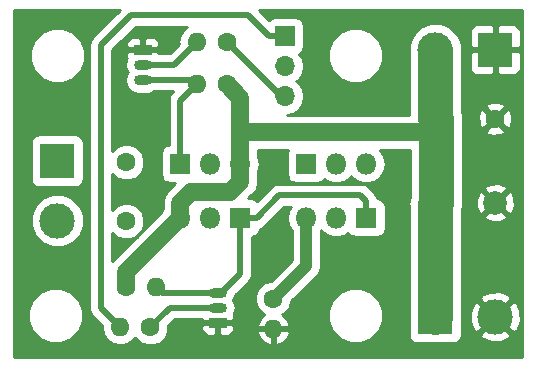
<source format=gbr>
G04 #@! TF.GenerationSoftware,KiCad,Pcbnew,(5.0.0-rc2-63-gd4393b281)*
G04 #@! TF.CreationDate,2018-06-11T18:19:14-07:00*
G04 #@! TF.ProjectId,H-THING,482D5448494E472E6B696361645F7063,rev?*
G04 #@! TF.SameCoordinates,Original*
G04 #@! TF.FileFunction,Copper,L1,Top,Signal*
G04 #@! TF.FilePolarity,Positive*
%FSLAX46Y46*%
G04 Gerber Fmt 4.6, Leading zero omitted, Abs format (unit mm)*
G04 Created by KiCad (PCBNEW (5.0.0-rc2-63-gd4393b281)) date 06/11/18 18:19:14*
%MOMM*%
%LPD*%
G01*
G04 APERTURE LIST*
G04 #@! TA.AperFunction,ComponentPad*
%ADD10C,1.600000*%
G04 #@! TD*
G04 #@! TA.AperFunction,ComponentPad*
%ADD11R,2.000000X2.000000*%
G04 #@! TD*
G04 #@! TA.AperFunction,ComponentPad*
%ADD12C,2.000000*%
G04 #@! TD*
G04 #@! TA.AperFunction,ComponentPad*
%ADD13R,3.000000X3.000000*%
G04 #@! TD*
G04 #@! TA.AperFunction,ComponentPad*
%ADD14C,3.000000*%
G04 #@! TD*
G04 #@! TA.AperFunction,ComponentPad*
%ADD15O,1.500000X0.900000*%
G04 #@! TD*
G04 #@! TA.AperFunction,ComponentPad*
%ADD16R,1.500000X0.900000*%
G04 #@! TD*
G04 #@! TA.AperFunction,ComponentPad*
%ADD17O,1.600000X1.600000*%
G04 #@! TD*
G04 #@! TA.AperFunction,ComponentPad*
%ADD18R,1.700000X1.700000*%
G04 #@! TD*
G04 #@! TA.AperFunction,ComponentPad*
%ADD19O,1.700000X1.700000*%
G04 #@! TD*
G04 #@! TA.AperFunction,ComponentPad*
%ADD20R,1.800000X1.800000*%
G04 #@! TD*
G04 #@! TA.AperFunction,ComponentPad*
%ADD21O,1.800000X1.800000*%
G04 #@! TD*
G04 #@! TA.AperFunction,Conductor*
%ADD22C,3.000000*%
G04 #@! TD*
G04 #@! TA.AperFunction,Conductor*
%ADD23C,1.500000*%
G04 #@! TD*
G04 #@! TA.AperFunction,Conductor*
%ADD24C,0.500000*%
G04 #@! TD*
G04 #@! TA.AperFunction,Conductor*
%ADD25C,1.000000*%
G04 #@! TD*
G04 #@! TA.AperFunction,Conductor*
%ADD26C,0.254000*%
G04 #@! TD*
G04 APERTURE END LIST*
D10*
G04 #@! TO.P,C1,1*
G04 #@! TO.N,Net-(C1-Pad1)*
X149352000Y-100457000D03*
G04 #@! TO.P,C1,2*
G04 #@! TO.N,Net-(C1-Pad2)*
X149352000Y-105457000D03*
G04 #@! TD*
D11*
G04 #@! TO.P,C2,1*
G04 #@! TO.N,VCC*
X175594000Y-103886000D03*
D12*
G04 #@! TO.P,C2,2*
G04 #@! TO.N,GND*
X180594000Y-103886000D03*
G04 #@! TD*
D10*
G04 #@! TO.P,C3,1*
G04 #@! TO.N,VCC*
X175594000Y-96774000D03*
G04 #@! TO.P,C3,2*
G04 #@! TO.N,GND*
X180594000Y-96774000D03*
G04 #@! TD*
D13*
G04 #@! TO.P,J1,1*
G04 #@! TO.N,Net-(C1-Pad1)*
X143510000Y-100330000D03*
D14*
G04 #@! TO.P,J1,2*
G04 #@! TO.N,Net-(C1-Pad2)*
X143510000Y-105410000D03*
G04 #@! TD*
D13*
G04 #@! TO.P,J2,1*
G04 #@! TO.N,GND*
X180594000Y-90932000D03*
D14*
G04 #@! TO.P,J2,2*
G04 #@! TO.N,VCC*
X175514000Y-90932000D03*
G04 #@! TD*
D13*
G04 #@! TO.P,J3,1*
G04 #@! TO.N,VCC*
X175514000Y-113538000D03*
D14*
G04 #@! TO.P,J3,2*
G04 #@! TO.N,GND*
X180594000Y-113538000D03*
G04 #@! TD*
D15*
G04 #@! TO.P,Q1,2*
G04 #@! TO.N,Net-(Q1-Pad2)*
X157099000Y-112776000D03*
G04 #@! TO.P,Q1,3*
G04 #@! TO.N,Net-(Q1-Pad3)*
X157099000Y-111506000D03*
D16*
G04 #@! TO.P,Q1,1*
G04 #@! TO.N,GND*
X157099000Y-114046000D03*
G04 #@! TD*
D15*
G04 #@! TO.P,Q6,2*
G04 #@! TO.N,Net-(Q6-Pad2)*
X150749000Y-92202000D03*
G04 #@! TO.P,Q6,3*
G04 #@! TO.N,Net-(Q4-Pad1)*
X150749000Y-93472000D03*
D16*
G04 #@! TO.P,Q6,1*
G04 #@! TO.N,GND*
X150749000Y-90932000D03*
G04 #@! TD*
D10*
G04 #@! TO.P,R1,1*
G04 #@! TO.N,Net-(Q1-Pad2)*
X151384000Y-114427000D03*
D17*
G04 #@! TO.P,R1,2*
G04 #@! TO.N,/HB1*
X148844000Y-114427000D03*
G04 #@! TD*
D10*
G04 #@! TO.P,R2,1*
G04 #@! TO.N,VCC*
X149352000Y-110998000D03*
D17*
G04 #@! TO.P,R2,2*
G04 #@! TO.N,Net-(Q1-Pad3)*
X151892000Y-110998000D03*
G04 #@! TD*
D10*
G04 #@! TO.P,R4,1*
G04 #@! TO.N,VCC*
X157861000Y-93853000D03*
D17*
G04 #@! TO.P,R4,2*
G04 #@! TO.N,Net-(Q4-Pad1)*
X155321000Y-93853000D03*
G04 #@! TD*
D10*
G04 #@! TO.P,R5,1*
G04 #@! TO.N,/HB2*
X157861000Y-90297000D03*
D17*
G04 #@! TO.P,R5,2*
G04 #@! TO.N,Net-(Q6-Pad2)*
X155321000Y-90297000D03*
G04 #@! TD*
D18*
G04 #@! TO.P,J4,1*
G04 #@! TO.N,/HB1*
X162814000Y-89789000D03*
D19*
G04 #@! TO.P,J4,2*
G04 #@! TO.N,/I_SENSE*
X162814000Y-92329000D03*
G04 #@! TO.P,J4,3*
G04 #@! TO.N,/HB2*
X162814000Y-94869000D03*
G04 #@! TD*
D20*
G04 #@! TO.P,Q2,1*
G04 #@! TO.N,Net-(Q1-Pad3)*
X159004000Y-105156000D03*
D21*
G04 #@! TO.P,Q2,2*
G04 #@! TO.N,Net-(C1-Pad2)*
X156464000Y-105156000D03*
G04 #@! TO.P,Q2,3*
G04 #@! TO.N,VCC*
X153924000Y-105156000D03*
G04 #@! TD*
D20*
G04 #@! TO.P,Q3,1*
G04 #@! TO.N,Net-(Q1-Pad3)*
X169672000Y-105156000D03*
D21*
G04 #@! TO.P,Q3,2*
G04 #@! TO.N,Net-(C1-Pad2)*
X167132000Y-105156000D03*
G04 #@! TO.P,Q3,3*
G04 #@! TO.N,/I_SENSE*
X164592000Y-105156000D03*
G04 #@! TD*
D20*
G04 #@! TO.P,Q4,1*
G04 #@! TO.N,Net-(Q4-Pad1)*
X153924000Y-100584000D03*
D21*
G04 #@! TO.P,Q4,2*
G04 #@! TO.N,Net-(C1-Pad1)*
X156464000Y-100584000D03*
G04 #@! TO.P,Q4,3*
G04 #@! TO.N,VCC*
X159004000Y-100584000D03*
G04 #@! TD*
D20*
G04 #@! TO.P,Q5,1*
G04 #@! TO.N,Net-(Q4-Pad1)*
X164592000Y-100584000D03*
D21*
G04 #@! TO.P,Q5,2*
G04 #@! TO.N,Net-(C1-Pad1)*
X167132000Y-100584000D03*
G04 #@! TO.P,Q5,3*
G04 #@! TO.N,/I_SENSE*
X169672000Y-100584000D03*
G04 #@! TD*
D10*
G04 #@! TO.P,R6,1*
G04 #@! TO.N,/I_SENSE*
X161798000Y-112014000D03*
D17*
G04 #@! TO.P,R6,2*
G04 #@! TO.N,GND*
X161798000Y-114554000D03*
G04 #@! TD*
D22*
G04 #@! TO.N,VCC*
X175514000Y-90932000D02*
X175514000Y-96694000D01*
X175514000Y-96694000D02*
X175594000Y-96774000D01*
X175594000Y-103886000D02*
X175594000Y-96774000D01*
X175514000Y-113538000D02*
X175514000Y-103966000D01*
X175514000Y-103966000D02*
X175594000Y-103886000D01*
D23*
X159004000Y-97917000D02*
X159004000Y-100584000D01*
X159004000Y-94996000D02*
X159004000Y-97917000D01*
X159004000Y-97917000D02*
X174451000Y-97917000D01*
X174451000Y-97917000D02*
X175594000Y-96774000D01*
X149352000Y-110998000D02*
X149352000Y-109728000D01*
X149352000Y-109728000D02*
X153924000Y-105156000D01*
X158115000Y-102997000D02*
X159004000Y-102108000D01*
X159004000Y-102108000D02*
X159004000Y-100584000D01*
X154810208Y-102997000D02*
X158115000Y-102997000D01*
X153924000Y-105156000D02*
X153924000Y-103883208D01*
X153924000Y-103883208D02*
X154810208Y-102997000D01*
X157861000Y-93853000D02*
X159004000Y-94996000D01*
D24*
G04 #@! TO.N,/HB1*
X149733000Y-88011000D02*
X159686000Y-88011000D01*
X159686000Y-88011000D02*
X161464000Y-89789000D01*
X161464000Y-89789000D02*
X162814000Y-89789000D01*
X147193000Y-90551000D02*
X149733000Y-88011000D01*
X147193000Y-112776000D02*
X147193000Y-90551000D01*
X148844000Y-114427000D02*
X147193000Y-112776000D01*
G04 #@! TO.N,/HB2*
X157861000Y-90297000D02*
X162433000Y-94869000D01*
X162433000Y-94869000D02*
X162814000Y-94869000D01*
G04 #@! TO.N,Net-(Q1-Pad2)*
X157099000Y-112776000D02*
X153035000Y-112776000D01*
X153035000Y-112776000D02*
X151384000Y-114427000D01*
G04 #@! TO.N,Net-(Q1-Pad3)*
X162309000Y-103251000D02*
X169167000Y-103251000D01*
X169167000Y-103251000D02*
X169672000Y-103756000D01*
X169672000Y-103756000D02*
X169672000Y-105156000D01*
X159004000Y-105156000D02*
X160404000Y-105156000D01*
X160404000Y-105156000D02*
X162309000Y-103251000D01*
X159004000Y-105156000D02*
X159004000Y-109901000D01*
X159004000Y-109901000D02*
X157399000Y-111506000D01*
X157399000Y-111506000D02*
X157099000Y-111506000D01*
X157099000Y-111506000D02*
X152400000Y-111506000D01*
X152400000Y-111506000D02*
X151892000Y-110998000D01*
G04 #@! TO.N,Net-(Q4-Pad1)*
X150749000Y-93472000D02*
X154940000Y-93472000D01*
X154940000Y-93472000D02*
X155321000Y-93853000D01*
X153924000Y-100584000D02*
X153924000Y-95250000D01*
X153924000Y-95250000D02*
X155321000Y-93853000D01*
G04 #@! TO.N,Net-(Q6-Pad2)*
X150749000Y-92202000D02*
X153416000Y-92202000D01*
X153416000Y-92202000D02*
X155321000Y-90297000D01*
D25*
G04 #@! TO.N,/I_SENSE*
X164592000Y-105156000D02*
X164592000Y-109220000D01*
X164592000Y-109220000D02*
X161798000Y-112014000D01*
G04 #@! TD*
D26*
G04 #@! TO.N,GND*
G36*
X146570195Y-89792119D02*
X146488624Y-89846623D01*
X146434120Y-89928194D01*
X146434117Y-89928197D01*
X146272688Y-90169794D01*
X146196861Y-90551000D01*
X146216001Y-90647223D01*
X146216000Y-112679782D01*
X146196861Y-112776000D01*
X146216000Y-112872218D01*
X146216000Y-112872222D01*
X146272687Y-113157205D01*
X146488623Y-113480377D01*
X146570197Y-113534883D01*
X147316157Y-114280844D01*
X147287085Y-114427000D01*
X147405598Y-115022806D01*
X147743095Y-115527905D01*
X148248194Y-115865402D01*
X148693607Y-115954000D01*
X148994393Y-115954000D01*
X149439806Y-115865402D01*
X149944905Y-115527905D01*
X150097310Y-115299814D01*
X150519024Y-115721528D01*
X151080261Y-115954000D01*
X151687739Y-115954000D01*
X152248976Y-115721528D01*
X152678528Y-115291976D01*
X152911000Y-114730739D01*
X152911000Y-114331750D01*
X155714000Y-114331750D01*
X155714000Y-114622309D01*
X155810673Y-114855698D01*
X155989301Y-115034327D01*
X156222690Y-115131000D01*
X156813250Y-115131000D01*
X156972000Y-114972250D01*
X156972000Y-114173000D01*
X157226000Y-114173000D01*
X157226000Y-114972250D01*
X157384750Y-115131000D01*
X157975310Y-115131000D01*
X158208699Y-115034327D01*
X158339984Y-114903041D01*
X160406086Y-114903041D01*
X160645611Y-115409134D01*
X161060577Y-115785041D01*
X161448961Y-115945904D01*
X161671000Y-115823915D01*
X161671000Y-114681000D01*
X161925000Y-114681000D01*
X161925000Y-115823915D01*
X162147039Y-115945904D01*
X162535423Y-115785041D01*
X162950389Y-115409134D01*
X163189914Y-114903041D01*
X163068629Y-114681000D01*
X161925000Y-114681000D01*
X161671000Y-114681000D01*
X160527371Y-114681000D01*
X160406086Y-114903041D01*
X158339984Y-114903041D01*
X158387327Y-114855698D01*
X158484000Y-114622309D01*
X158484000Y-114331750D01*
X158325250Y-114173000D01*
X157226000Y-114173000D01*
X156972000Y-114173000D01*
X155872750Y-114173000D01*
X155714000Y-114331750D01*
X152911000Y-114331750D01*
X152911000Y-114281687D01*
X153439687Y-113753000D01*
X155714000Y-113753000D01*
X155714000Y-113760250D01*
X155872750Y-113919000D01*
X156512150Y-113919000D01*
X156683080Y-113953000D01*
X157514920Y-113953000D01*
X157685850Y-113919000D01*
X158325250Y-113919000D01*
X158484000Y-113760250D01*
X158484000Y-113469691D01*
X158433124Y-113346866D01*
X158507709Y-113235242D01*
X158599058Y-112776000D01*
X158507709Y-112316758D01*
X158390271Y-112141000D01*
X158507709Y-111965242D01*
X158553959Y-111732727D01*
X159626806Y-110659881D01*
X159708377Y-110605377D01*
X159762881Y-110523806D01*
X159762883Y-110523804D01*
X159924313Y-110282207D01*
X159953987Y-110133024D01*
X159981000Y-109997223D01*
X159981000Y-109997219D01*
X160000139Y-109901000D01*
X159981000Y-109804781D01*
X159981000Y-106781926D01*
X160187661Y-106740818D01*
X160428137Y-106580137D01*
X160588818Y-106339661D01*
X160635269Y-106106138D01*
X160785206Y-106076313D01*
X161108377Y-105860377D01*
X161162883Y-105778803D01*
X162713687Y-104228000D01*
X163255294Y-104228000D01*
X163059400Y-104521176D01*
X162933126Y-105156000D01*
X163059400Y-105790824D01*
X163365000Y-106248186D01*
X163365001Y-108711759D01*
X161589761Y-110487000D01*
X161494261Y-110487000D01*
X160933024Y-110719472D01*
X160503472Y-111149024D01*
X160271000Y-111710261D01*
X160271000Y-112317739D01*
X160503472Y-112878976D01*
X160933024Y-113308528D01*
X161031486Y-113349312D01*
X160645611Y-113698866D01*
X160406086Y-114204959D01*
X160527371Y-114427000D01*
X161671000Y-114427000D01*
X161671000Y-114407000D01*
X161925000Y-114407000D01*
X161925000Y-114427000D01*
X163068629Y-114427000D01*
X163189914Y-114204959D01*
X162950389Y-113698866D01*
X162564514Y-113349312D01*
X162662976Y-113308528D01*
X163023373Y-112948131D01*
X166456000Y-112948131D01*
X166456000Y-113873869D01*
X166810264Y-114729140D01*
X167464860Y-115383736D01*
X168320131Y-115738000D01*
X169245869Y-115738000D01*
X170101140Y-115383736D01*
X170755736Y-114729140D01*
X171110000Y-113873869D01*
X171110000Y-112948131D01*
X170755736Y-112092860D01*
X170101140Y-111438264D01*
X169245869Y-111084000D01*
X168320131Y-111084000D01*
X167464860Y-111438264D01*
X166810264Y-112092860D01*
X166456000Y-112948131D01*
X163023373Y-112948131D01*
X163092528Y-112878976D01*
X163325000Y-112317739D01*
X163325000Y-112222239D01*
X165374170Y-110173070D01*
X165476617Y-110104617D01*
X165747808Y-109698752D01*
X165819000Y-109340847D01*
X165819000Y-109340843D01*
X165843037Y-109220000D01*
X165819000Y-109099157D01*
X165819000Y-106248186D01*
X165862000Y-106183832D01*
X165958999Y-106329001D01*
X166497176Y-106688600D01*
X166971758Y-106783000D01*
X167292242Y-106783000D01*
X167766824Y-106688600D01*
X168149489Y-106432911D01*
X168247863Y-106580137D01*
X168488339Y-106740818D01*
X168772000Y-106797242D01*
X170572000Y-106797242D01*
X170855661Y-106740818D01*
X171096137Y-106580137D01*
X171256818Y-106339661D01*
X171313242Y-106056000D01*
X171313242Y-104256000D01*
X171256818Y-103972339D01*
X171096137Y-103731863D01*
X170855661Y-103571182D01*
X170622138Y-103524731D01*
X170592313Y-103374794D01*
X170592313Y-103374793D01*
X170430883Y-103133197D01*
X170376377Y-103051623D01*
X170294803Y-102997117D01*
X169925883Y-102628197D01*
X169871377Y-102546623D01*
X169548206Y-102330687D01*
X169263223Y-102274000D01*
X169263218Y-102274000D01*
X169167000Y-102254861D01*
X169070782Y-102274000D01*
X162405219Y-102274000D01*
X162309000Y-102254861D01*
X162212781Y-102274000D01*
X162212777Y-102274000D01*
X161987778Y-102318755D01*
X161927793Y-102330687D01*
X161686196Y-102492117D01*
X161686194Y-102492119D01*
X161604623Y-102546623D01*
X161550119Y-102628194D01*
X160435472Y-103742841D01*
X160428137Y-103731863D01*
X160187661Y-103571182D01*
X159904000Y-103514758D01*
X159686035Y-103514758D01*
X159945531Y-103255262D01*
X160068858Y-103172858D01*
X160395303Y-102684297D01*
X160481000Y-102253471D01*
X160481000Y-102253470D01*
X160509936Y-102108000D01*
X160481000Y-101962530D01*
X160481000Y-101302035D01*
X160536600Y-101218824D01*
X160662874Y-100584000D01*
X160536600Y-99949176D01*
X160481000Y-99865965D01*
X160481000Y-99394000D01*
X163011418Y-99394000D01*
X163007182Y-99400339D01*
X162950758Y-99684000D01*
X162950758Y-101484000D01*
X163007182Y-101767661D01*
X163167863Y-102008137D01*
X163408339Y-102168818D01*
X163692000Y-102225242D01*
X165492000Y-102225242D01*
X165775661Y-102168818D01*
X166016137Y-102008137D01*
X166114511Y-101860911D01*
X166497176Y-102116600D01*
X166971758Y-102211000D01*
X167292242Y-102211000D01*
X167766824Y-102116600D01*
X168305001Y-101757001D01*
X168402000Y-101611832D01*
X168498999Y-101757001D01*
X169037176Y-102116600D01*
X169511758Y-102211000D01*
X169832242Y-102211000D01*
X170306824Y-102116600D01*
X170845001Y-101757001D01*
X171204600Y-101218824D01*
X171330874Y-100584000D01*
X171204600Y-99949176D01*
X170845001Y-99410999D01*
X170819560Y-99394000D01*
X173367001Y-99394000D01*
X173367000Y-103344478D01*
X173243372Y-103966000D01*
X173287001Y-104185338D01*
X173287000Y-111966400D01*
X173272758Y-112038000D01*
X173272758Y-115038000D01*
X173329182Y-115321661D01*
X173489863Y-115562137D01*
X173730339Y-115722818D01*
X174014000Y-115779242D01*
X175366261Y-115779242D01*
X175514000Y-115808629D01*
X175661739Y-115779242D01*
X177014000Y-115779242D01*
X177297661Y-115722818D01*
X177538137Y-115562137D01*
X177698818Y-115321661D01*
X177752463Y-115051970D01*
X179259635Y-115051970D01*
X179419418Y-115370739D01*
X180210187Y-115680723D01*
X181059387Y-115664497D01*
X181768582Y-115370739D01*
X181928365Y-115051970D01*
X180594000Y-113717605D01*
X179259635Y-115051970D01*
X177752463Y-115051970D01*
X177755242Y-115038000D01*
X177755242Y-113154187D01*
X178451277Y-113154187D01*
X178467503Y-114003387D01*
X178761261Y-114712582D01*
X179080030Y-114872365D01*
X180414395Y-113538000D01*
X180773605Y-113538000D01*
X182107970Y-114872365D01*
X182426739Y-114712582D01*
X182736723Y-113921813D01*
X182720497Y-113072613D01*
X182426739Y-112363418D01*
X182107970Y-112203635D01*
X180773605Y-113538000D01*
X180414395Y-113538000D01*
X179080030Y-112203635D01*
X178761261Y-112363418D01*
X178451277Y-113154187D01*
X177755242Y-113154187D01*
X177755242Y-112038000D01*
X177752464Y-112024030D01*
X179259635Y-112024030D01*
X180594000Y-113358395D01*
X181928365Y-112024030D01*
X181768582Y-111705261D01*
X180977813Y-111395277D01*
X180128613Y-111411503D01*
X179419418Y-111705261D01*
X179259635Y-112024030D01*
X177752464Y-112024030D01*
X177741000Y-111966401D01*
X177741000Y-105038532D01*
X179621073Y-105038532D01*
X179719736Y-105305387D01*
X180329461Y-105531908D01*
X180979460Y-105507856D01*
X181468264Y-105305387D01*
X181566927Y-105038532D01*
X180594000Y-104065605D01*
X179621073Y-105038532D01*
X177741000Y-105038532D01*
X177741000Y-104507526D01*
X177821000Y-104105338D01*
X177821000Y-104105334D01*
X177864628Y-103886001D01*
X177821000Y-103666668D01*
X177821000Y-103621461D01*
X178948092Y-103621461D01*
X178972144Y-104271460D01*
X179174613Y-104760264D01*
X179441468Y-104858927D01*
X180414395Y-103886000D01*
X180773605Y-103886000D01*
X181746532Y-104858927D01*
X182013387Y-104760264D01*
X182239908Y-104150539D01*
X182215856Y-103500540D01*
X182013387Y-103011736D01*
X181746532Y-102913073D01*
X180773605Y-103886000D01*
X180414395Y-103886000D01*
X179441468Y-102913073D01*
X179174613Y-103011736D01*
X178948092Y-103621461D01*
X177821000Y-103621461D01*
X177821000Y-102733468D01*
X179621073Y-102733468D01*
X180594000Y-103706395D01*
X181566927Y-102733468D01*
X181468264Y-102466613D01*
X180858539Y-102240092D01*
X180208540Y-102264144D01*
X179719736Y-102466613D01*
X179621073Y-102733468D01*
X177821000Y-102733468D01*
X177821000Y-97781745D01*
X179765861Y-97781745D01*
X179839995Y-98027864D01*
X180377223Y-98220965D01*
X180947454Y-98193778D01*
X181348005Y-98027864D01*
X181422139Y-97781745D01*
X180594000Y-96953605D01*
X179765861Y-97781745D01*
X177821000Y-97781745D01*
X177821000Y-96993332D01*
X177864628Y-96773999D01*
X177821509Y-96557223D01*
X179147035Y-96557223D01*
X179174222Y-97127454D01*
X179340136Y-97528005D01*
X179586255Y-97602139D01*
X180414395Y-96774000D01*
X180773605Y-96774000D01*
X181601745Y-97602139D01*
X181847864Y-97528005D01*
X182040965Y-96990777D01*
X182013778Y-96420546D01*
X181847864Y-96019995D01*
X181601745Y-95945861D01*
X180773605Y-96774000D01*
X180414395Y-96774000D01*
X179586255Y-95945861D01*
X179340136Y-96019995D01*
X179147035Y-96557223D01*
X177821509Y-96557223D01*
X177821000Y-96554666D01*
X177821000Y-96554662D01*
X177741000Y-96152474D01*
X177741000Y-95766255D01*
X179765861Y-95766255D01*
X180594000Y-96594395D01*
X181422139Y-95766255D01*
X181348005Y-95520136D01*
X180810777Y-95327035D01*
X180240546Y-95354222D01*
X179839995Y-95520136D01*
X179765861Y-95766255D01*
X177741000Y-95766255D01*
X177741000Y-91217750D01*
X178459000Y-91217750D01*
X178459000Y-92558310D01*
X178555673Y-92791699D01*
X178734302Y-92970327D01*
X178967691Y-93067000D01*
X180308250Y-93067000D01*
X180467000Y-92908250D01*
X180467000Y-91059000D01*
X180721000Y-91059000D01*
X180721000Y-92908250D01*
X180879750Y-93067000D01*
X182220309Y-93067000D01*
X182453698Y-92970327D01*
X182632327Y-92791699D01*
X182729000Y-92558310D01*
X182729000Y-91217750D01*
X182570250Y-91059000D01*
X180721000Y-91059000D01*
X180467000Y-91059000D01*
X178617750Y-91059000D01*
X178459000Y-91217750D01*
X177741000Y-91217750D01*
X177741000Y-90489022D01*
X177655417Y-90282406D01*
X177611788Y-90063068D01*
X177487544Y-89877123D01*
X177401960Y-89670506D01*
X177243821Y-89512367D01*
X177119577Y-89326423D01*
X177088548Y-89305690D01*
X178459000Y-89305690D01*
X178459000Y-90646250D01*
X178617750Y-90805000D01*
X180467000Y-90805000D01*
X180467000Y-88955750D01*
X180721000Y-88955750D01*
X180721000Y-90805000D01*
X182570250Y-90805000D01*
X182729000Y-90646250D01*
X182729000Y-89305690D01*
X182632327Y-89072301D01*
X182453698Y-88893673D01*
X182220309Y-88797000D01*
X180879750Y-88797000D01*
X180721000Y-88955750D01*
X180467000Y-88955750D01*
X180308250Y-88797000D01*
X178967691Y-88797000D01*
X178734302Y-88893673D01*
X178555673Y-89072301D01*
X178459000Y-89305690D01*
X177088548Y-89305690D01*
X176933634Y-89202180D01*
X176775494Y-89044040D01*
X176568875Y-88958456D01*
X176382931Y-88834212D01*
X176163595Y-88790583D01*
X175956978Y-88705000D01*
X175733338Y-88705000D01*
X175514000Y-88661371D01*
X175294662Y-88705000D01*
X175071022Y-88705000D01*
X174864406Y-88790583D01*
X174645068Y-88834212D01*
X174459123Y-88958456D01*
X174252506Y-89044040D01*
X174094367Y-89202179D01*
X173908423Y-89326423D01*
X173784180Y-89512366D01*
X173626040Y-89670506D01*
X173540456Y-89877125D01*
X173416212Y-90063069D01*
X173372583Y-90282405D01*
X173287000Y-90489022D01*
X173287000Y-90712663D01*
X173287001Y-96440000D01*
X162999483Y-96440000D01*
X163429315Y-96354501D01*
X163950953Y-96005953D01*
X164299501Y-95484315D01*
X164421895Y-94869000D01*
X164299501Y-94253685D01*
X163950953Y-93732047D01*
X163751834Y-93599000D01*
X163950953Y-93465953D01*
X164299501Y-92944315D01*
X164421895Y-92329000D01*
X164299501Y-91713685D01*
X164010807Y-91281625D01*
X164188137Y-91163137D01*
X164312422Y-90977131D01*
X166456000Y-90977131D01*
X166456000Y-91902869D01*
X166810264Y-92758140D01*
X167464860Y-93412736D01*
X168320131Y-93767000D01*
X169245869Y-93767000D01*
X170101140Y-93412736D01*
X170755736Y-92758140D01*
X171110000Y-91902869D01*
X171110000Y-90977131D01*
X170755736Y-90121860D01*
X170101140Y-89467264D01*
X169245869Y-89113000D01*
X168320131Y-89113000D01*
X167464860Y-89467264D01*
X166810264Y-90121860D01*
X166456000Y-90977131D01*
X164312422Y-90977131D01*
X164348818Y-90922661D01*
X164405242Y-90639000D01*
X164405242Y-88939000D01*
X164348818Y-88655339D01*
X164188137Y-88414863D01*
X163947661Y-88254182D01*
X163664000Y-88197758D01*
X161964000Y-88197758D01*
X161680339Y-88254182D01*
X161458858Y-88402171D01*
X160599686Y-87543000D01*
X182840001Y-87543000D01*
X182840000Y-116927000D01*
X139867000Y-116927000D01*
X139867000Y-112948131D01*
X141056000Y-112948131D01*
X141056000Y-113873869D01*
X141410264Y-114729140D01*
X142064860Y-115383736D01*
X142920131Y-115738000D01*
X143845869Y-115738000D01*
X144701140Y-115383736D01*
X145355736Y-114729140D01*
X145710000Y-113873869D01*
X145710000Y-112948131D01*
X145355736Y-112092860D01*
X144701140Y-111438264D01*
X143845869Y-111084000D01*
X142920131Y-111084000D01*
X142064860Y-111438264D01*
X141410264Y-112092860D01*
X141056000Y-112948131D01*
X139867000Y-112948131D01*
X139867000Y-104967022D01*
X141283000Y-104967022D01*
X141283000Y-105852978D01*
X141622040Y-106671494D01*
X142248506Y-107297960D01*
X143067022Y-107637000D01*
X143952978Y-107637000D01*
X144771494Y-107297960D01*
X145397960Y-106671494D01*
X145737000Y-105852978D01*
X145737000Y-104967022D01*
X145397960Y-104148506D01*
X144771494Y-103522040D01*
X143952978Y-103183000D01*
X143067022Y-103183000D01*
X142248506Y-103522040D01*
X141622040Y-104148506D01*
X141283000Y-104967022D01*
X139867000Y-104967022D01*
X139867000Y-98830000D01*
X141268758Y-98830000D01*
X141268758Y-101830000D01*
X141325182Y-102113661D01*
X141485863Y-102354137D01*
X141726339Y-102514818D01*
X142010000Y-102571242D01*
X145010000Y-102571242D01*
X145293661Y-102514818D01*
X145534137Y-102354137D01*
X145694818Y-102113661D01*
X145751242Y-101830000D01*
X145751242Y-98830000D01*
X145694818Y-98546339D01*
X145534137Y-98305863D01*
X145293661Y-98145182D01*
X145010000Y-98088758D01*
X142010000Y-98088758D01*
X141726339Y-98145182D01*
X141485863Y-98305863D01*
X141325182Y-98546339D01*
X141268758Y-98830000D01*
X139867000Y-98830000D01*
X139867000Y-90977131D01*
X141183000Y-90977131D01*
X141183000Y-91902869D01*
X141537264Y-92758140D01*
X142191860Y-93412736D01*
X143047131Y-93767000D01*
X143972869Y-93767000D01*
X144828140Y-93412736D01*
X145482736Y-92758140D01*
X145837000Y-91902869D01*
X145837000Y-90977131D01*
X145482736Y-90121860D01*
X144828140Y-89467264D01*
X143972869Y-89113000D01*
X143047131Y-89113000D01*
X142191860Y-89467264D01*
X141537264Y-90121860D01*
X141183000Y-90977131D01*
X139867000Y-90977131D01*
X139867000Y-87543000D01*
X148819314Y-87543000D01*
X146570195Y-89792119D01*
X146570195Y-89792119D01*
G37*
X146570195Y-89792119D02*
X146488624Y-89846623D01*
X146434120Y-89928194D01*
X146434117Y-89928197D01*
X146272688Y-90169794D01*
X146196861Y-90551000D01*
X146216001Y-90647223D01*
X146216000Y-112679782D01*
X146196861Y-112776000D01*
X146216000Y-112872218D01*
X146216000Y-112872222D01*
X146272687Y-113157205D01*
X146488623Y-113480377D01*
X146570197Y-113534883D01*
X147316157Y-114280844D01*
X147287085Y-114427000D01*
X147405598Y-115022806D01*
X147743095Y-115527905D01*
X148248194Y-115865402D01*
X148693607Y-115954000D01*
X148994393Y-115954000D01*
X149439806Y-115865402D01*
X149944905Y-115527905D01*
X150097310Y-115299814D01*
X150519024Y-115721528D01*
X151080261Y-115954000D01*
X151687739Y-115954000D01*
X152248976Y-115721528D01*
X152678528Y-115291976D01*
X152911000Y-114730739D01*
X152911000Y-114331750D01*
X155714000Y-114331750D01*
X155714000Y-114622309D01*
X155810673Y-114855698D01*
X155989301Y-115034327D01*
X156222690Y-115131000D01*
X156813250Y-115131000D01*
X156972000Y-114972250D01*
X156972000Y-114173000D01*
X157226000Y-114173000D01*
X157226000Y-114972250D01*
X157384750Y-115131000D01*
X157975310Y-115131000D01*
X158208699Y-115034327D01*
X158339984Y-114903041D01*
X160406086Y-114903041D01*
X160645611Y-115409134D01*
X161060577Y-115785041D01*
X161448961Y-115945904D01*
X161671000Y-115823915D01*
X161671000Y-114681000D01*
X161925000Y-114681000D01*
X161925000Y-115823915D01*
X162147039Y-115945904D01*
X162535423Y-115785041D01*
X162950389Y-115409134D01*
X163189914Y-114903041D01*
X163068629Y-114681000D01*
X161925000Y-114681000D01*
X161671000Y-114681000D01*
X160527371Y-114681000D01*
X160406086Y-114903041D01*
X158339984Y-114903041D01*
X158387327Y-114855698D01*
X158484000Y-114622309D01*
X158484000Y-114331750D01*
X158325250Y-114173000D01*
X157226000Y-114173000D01*
X156972000Y-114173000D01*
X155872750Y-114173000D01*
X155714000Y-114331750D01*
X152911000Y-114331750D01*
X152911000Y-114281687D01*
X153439687Y-113753000D01*
X155714000Y-113753000D01*
X155714000Y-113760250D01*
X155872750Y-113919000D01*
X156512150Y-113919000D01*
X156683080Y-113953000D01*
X157514920Y-113953000D01*
X157685850Y-113919000D01*
X158325250Y-113919000D01*
X158484000Y-113760250D01*
X158484000Y-113469691D01*
X158433124Y-113346866D01*
X158507709Y-113235242D01*
X158599058Y-112776000D01*
X158507709Y-112316758D01*
X158390271Y-112141000D01*
X158507709Y-111965242D01*
X158553959Y-111732727D01*
X159626806Y-110659881D01*
X159708377Y-110605377D01*
X159762881Y-110523806D01*
X159762883Y-110523804D01*
X159924313Y-110282207D01*
X159953987Y-110133024D01*
X159981000Y-109997223D01*
X159981000Y-109997219D01*
X160000139Y-109901000D01*
X159981000Y-109804781D01*
X159981000Y-106781926D01*
X160187661Y-106740818D01*
X160428137Y-106580137D01*
X160588818Y-106339661D01*
X160635269Y-106106138D01*
X160785206Y-106076313D01*
X161108377Y-105860377D01*
X161162883Y-105778803D01*
X162713687Y-104228000D01*
X163255294Y-104228000D01*
X163059400Y-104521176D01*
X162933126Y-105156000D01*
X163059400Y-105790824D01*
X163365000Y-106248186D01*
X163365001Y-108711759D01*
X161589761Y-110487000D01*
X161494261Y-110487000D01*
X160933024Y-110719472D01*
X160503472Y-111149024D01*
X160271000Y-111710261D01*
X160271000Y-112317739D01*
X160503472Y-112878976D01*
X160933024Y-113308528D01*
X161031486Y-113349312D01*
X160645611Y-113698866D01*
X160406086Y-114204959D01*
X160527371Y-114427000D01*
X161671000Y-114427000D01*
X161671000Y-114407000D01*
X161925000Y-114407000D01*
X161925000Y-114427000D01*
X163068629Y-114427000D01*
X163189914Y-114204959D01*
X162950389Y-113698866D01*
X162564514Y-113349312D01*
X162662976Y-113308528D01*
X163023373Y-112948131D01*
X166456000Y-112948131D01*
X166456000Y-113873869D01*
X166810264Y-114729140D01*
X167464860Y-115383736D01*
X168320131Y-115738000D01*
X169245869Y-115738000D01*
X170101140Y-115383736D01*
X170755736Y-114729140D01*
X171110000Y-113873869D01*
X171110000Y-112948131D01*
X170755736Y-112092860D01*
X170101140Y-111438264D01*
X169245869Y-111084000D01*
X168320131Y-111084000D01*
X167464860Y-111438264D01*
X166810264Y-112092860D01*
X166456000Y-112948131D01*
X163023373Y-112948131D01*
X163092528Y-112878976D01*
X163325000Y-112317739D01*
X163325000Y-112222239D01*
X165374170Y-110173070D01*
X165476617Y-110104617D01*
X165747808Y-109698752D01*
X165819000Y-109340847D01*
X165819000Y-109340843D01*
X165843037Y-109220000D01*
X165819000Y-109099157D01*
X165819000Y-106248186D01*
X165862000Y-106183832D01*
X165958999Y-106329001D01*
X166497176Y-106688600D01*
X166971758Y-106783000D01*
X167292242Y-106783000D01*
X167766824Y-106688600D01*
X168149489Y-106432911D01*
X168247863Y-106580137D01*
X168488339Y-106740818D01*
X168772000Y-106797242D01*
X170572000Y-106797242D01*
X170855661Y-106740818D01*
X171096137Y-106580137D01*
X171256818Y-106339661D01*
X171313242Y-106056000D01*
X171313242Y-104256000D01*
X171256818Y-103972339D01*
X171096137Y-103731863D01*
X170855661Y-103571182D01*
X170622138Y-103524731D01*
X170592313Y-103374794D01*
X170592313Y-103374793D01*
X170430883Y-103133197D01*
X170376377Y-103051623D01*
X170294803Y-102997117D01*
X169925883Y-102628197D01*
X169871377Y-102546623D01*
X169548206Y-102330687D01*
X169263223Y-102274000D01*
X169263218Y-102274000D01*
X169167000Y-102254861D01*
X169070782Y-102274000D01*
X162405219Y-102274000D01*
X162309000Y-102254861D01*
X162212781Y-102274000D01*
X162212777Y-102274000D01*
X161987778Y-102318755D01*
X161927793Y-102330687D01*
X161686196Y-102492117D01*
X161686194Y-102492119D01*
X161604623Y-102546623D01*
X161550119Y-102628194D01*
X160435472Y-103742841D01*
X160428137Y-103731863D01*
X160187661Y-103571182D01*
X159904000Y-103514758D01*
X159686035Y-103514758D01*
X159945531Y-103255262D01*
X160068858Y-103172858D01*
X160395303Y-102684297D01*
X160481000Y-102253471D01*
X160481000Y-102253470D01*
X160509936Y-102108000D01*
X160481000Y-101962530D01*
X160481000Y-101302035D01*
X160536600Y-101218824D01*
X160662874Y-100584000D01*
X160536600Y-99949176D01*
X160481000Y-99865965D01*
X160481000Y-99394000D01*
X163011418Y-99394000D01*
X163007182Y-99400339D01*
X162950758Y-99684000D01*
X162950758Y-101484000D01*
X163007182Y-101767661D01*
X163167863Y-102008137D01*
X163408339Y-102168818D01*
X163692000Y-102225242D01*
X165492000Y-102225242D01*
X165775661Y-102168818D01*
X166016137Y-102008137D01*
X166114511Y-101860911D01*
X166497176Y-102116600D01*
X166971758Y-102211000D01*
X167292242Y-102211000D01*
X167766824Y-102116600D01*
X168305001Y-101757001D01*
X168402000Y-101611832D01*
X168498999Y-101757001D01*
X169037176Y-102116600D01*
X169511758Y-102211000D01*
X169832242Y-102211000D01*
X170306824Y-102116600D01*
X170845001Y-101757001D01*
X171204600Y-101218824D01*
X171330874Y-100584000D01*
X171204600Y-99949176D01*
X170845001Y-99410999D01*
X170819560Y-99394000D01*
X173367001Y-99394000D01*
X173367000Y-103344478D01*
X173243372Y-103966000D01*
X173287001Y-104185338D01*
X173287000Y-111966400D01*
X173272758Y-112038000D01*
X173272758Y-115038000D01*
X173329182Y-115321661D01*
X173489863Y-115562137D01*
X173730339Y-115722818D01*
X174014000Y-115779242D01*
X175366261Y-115779242D01*
X175514000Y-115808629D01*
X175661739Y-115779242D01*
X177014000Y-115779242D01*
X177297661Y-115722818D01*
X177538137Y-115562137D01*
X177698818Y-115321661D01*
X177752463Y-115051970D01*
X179259635Y-115051970D01*
X179419418Y-115370739D01*
X180210187Y-115680723D01*
X181059387Y-115664497D01*
X181768582Y-115370739D01*
X181928365Y-115051970D01*
X180594000Y-113717605D01*
X179259635Y-115051970D01*
X177752463Y-115051970D01*
X177755242Y-115038000D01*
X177755242Y-113154187D01*
X178451277Y-113154187D01*
X178467503Y-114003387D01*
X178761261Y-114712582D01*
X179080030Y-114872365D01*
X180414395Y-113538000D01*
X180773605Y-113538000D01*
X182107970Y-114872365D01*
X182426739Y-114712582D01*
X182736723Y-113921813D01*
X182720497Y-113072613D01*
X182426739Y-112363418D01*
X182107970Y-112203635D01*
X180773605Y-113538000D01*
X180414395Y-113538000D01*
X179080030Y-112203635D01*
X178761261Y-112363418D01*
X178451277Y-113154187D01*
X177755242Y-113154187D01*
X177755242Y-112038000D01*
X177752464Y-112024030D01*
X179259635Y-112024030D01*
X180594000Y-113358395D01*
X181928365Y-112024030D01*
X181768582Y-111705261D01*
X180977813Y-111395277D01*
X180128613Y-111411503D01*
X179419418Y-111705261D01*
X179259635Y-112024030D01*
X177752464Y-112024030D01*
X177741000Y-111966401D01*
X177741000Y-105038532D01*
X179621073Y-105038532D01*
X179719736Y-105305387D01*
X180329461Y-105531908D01*
X180979460Y-105507856D01*
X181468264Y-105305387D01*
X181566927Y-105038532D01*
X180594000Y-104065605D01*
X179621073Y-105038532D01*
X177741000Y-105038532D01*
X177741000Y-104507526D01*
X177821000Y-104105338D01*
X177821000Y-104105334D01*
X177864628Y-103886001D01*
X177821000Y-103666668D01*
X177821000Y-103621461D01*
X178948092Y-103621461D01*
X178972144Y-104271460D01*
X179174613Y-104760264D01*
X179441468Y-104858927D01*
X180414395Y-103886000D01*
X180773605Y-103886000D01*
X181746532Y-104858927D01*
X182013387Y-104760264D01*
X182239908Y-104150539D01*
X182215856Y-103500540D01*
X182013387Y-103011736D01*
X181746532Y-102913073D01*
X180773605Y-103886000D01*
X180414395Y-103886000D01*
X179441468Y-102913073D01*
X179174613Y-103011736D01*
X178948092Y-103621461D01*
X177821000Y-103621461D01*
X177821000Y-102733468D01*
X179621073Y-102733468D01*
X180594000Y-103706395D01*
X181566927Y-102733468D01*
X181468264Y-102466613D01*
X180858539Y-102240092D01*
X180208540Y-102264144D01*
X179719736Y-102466613D01*
X179621073Y-102733468D01*
X177821000Y-102733468D01*
X177821000Y-97781745D01*
X179765861Y-97781745D01*
X179839995Y-98027864D01*
X180377223Y-98220965D01*
X180947454Y-98193778D01*
X181348005Y-98027864D01*
X181422139Y-97781745D01*
X180594000Y-96953605D01*
X179765861Y-97781745D01*
X177821000Y-97781745D01*
X177821000Y-96993332D01*
X177864628Y-96773999D01*
X177821509Y-96557223D01*
X179147035Y-96557223D01*
X179174222Y-97127454D01*
X179340136Y-97528005D01*
X179586255Y-97602139D01*
X180414395Y-96774000D01*
X180773605Y-96774000D01*
X181601745Y-97602139D01*
X181847864Y-97528005D01*
X182040965Y-96990777D01*
X182013778Y-96420546D01*
X181847864Y-96019995D01*
X181601745Y-95945861D01*
X180773605Y-96774000D01*
X180414395Y-96774000D01*
X179586255Y-95945861D01*
X179340136Y-96019995D01*
X179147035Y-96557223D01*
X177821509Y-96557223D01*
X177821000Y-96554666D01*
X177821000Y-96554662D01*
X177741000Y-96152474D01*
X177741000Y-95766255D01*
X179765861Y-95766255D01*
X180594000Y-96594395D01*
X181422139Y-95766255D01*
X181348005Y-95520136D01*
X180810777Y-95327035D01*
X180240546Y-95354222D01*
X179839995Y-95520136D01*
X179765861Y-95766255D01*
X177741000Y-95766255D01*
X177741000Y-91217750D01*
X178459000Y-91217750D01*
X178459000Y-92558310D01*
X178555673Y-92791699D01*
X178734302Y-92970327D01*
X178967691Y-93067000D01*
X180308250Y-93067000D01*
X180467000Y-92908250D01*
X180467000Y-91059000D01*
X180721000Y-91059000D01*
X180721000Y-92908250D01*
X180879750Y-93067000D01*
X182220309Y-93067000D01*
X182453698Y-92970327D01*
X182632327Y-92791699D01*
X182729000Y-92558310D01*
X182729000Y-91217750D01*
X182570250Y-91059000D01*
X180721000Y-91059000D01*
X180467000Y-91059000D01*
X178617750Y-91059000D01*
X178459000Y-91217750D01*
X177741000Y-91217750D01*
X177741000Y-90489022D01*
X177655417Y-90282406D01*
X177611788Y-90063068D01*
X177487544Y-89877123D01*
X177401960Y-89670506D01*
X177243821Y-89512367D01*
X177119577Y-89326423D01*
X177088548Y-89305690D01*
X178459000Y-89305690D01*
X178459000Y-90646250D01*
X178617750Y-90805000D01*
X180467000Y-90805000D01*
X180467000Y-88955750D01*
X180721000Y-88955750D01*
X180721000Y-90805000D01*
X182570250Y-90805000D01*
X182729000Y-90646250D01*
X182729000Y-89305690D01*
X182632327Y-89072301D01*
X182453698Y-88893673D01*
X182220309Y-88797000D01*
X180879750Y-88797000D01*
X180721000Y-88955750D01*
X180467000Y-88955750D01*
X180308250Y-88797000D01*
X178967691Y-88797000D01*
X178734302Y-88893673D01*
X178555673Y-89072301D01*
X178459000Y-89305690D01*
X177088548Y-89305690D01*
X176933634Y-89202180D01*
X176775494Y-89044040D01*
X176568875Y-88958456D01*
X176382931Y-88834212D01*
X176163595Y-88790583D01*
X175956978Y-88705000D01*
X175733338Y-88705000D01*
X175514000Y-88661371D01*
X175294662Y-88705000D01*
X175071022Y-88705000D01*
X174864406Y-88790583D01*
X174645068Y-88834212D01*
X174459123Y-88958456D01*
X174252506Y-89044040D01*
X174094367Y-89202179D01*
X173908423Y-89326423D01*
X173784180Y-89512366D01*
X173626040Y-89670506D01*
X173540456Y-89877125D01*
X173416212Y-90063069D01*
X173372583Y-90282405D01*
X173287000Y-90489022D01*
X173287000Y-90712663D01*
X173287001Y-96440000D01*
X162999483Y-96440000D01*
X163429315Y-96354501D01*
X163950953Y-96005953D01*
X164299501Y-95484315D01*
X164421895Y-94869000D01*
X164299501Y-94253685D01*
X163950953Y-93732047D01*
X163751834Y-93599000D01*
X163950953Y-93465953D01*
X164299501Y-92944315D01*
X164421895Y-92329000D01*
X164299501Y-91713685D01*
X164010807Y-91281625D01*
X164188137Y-91163137D01*
X164312422Y-90977131D01*
X166456000Y-90977131D01*
X166456000Y-91902869D01*
X166810264Y-92758140D01*
X167464860Y-93412736D01*
X168320131Y-93767000D01*
X169245869Y-93767000D01*
X170101140Y-93412736D01*
X170755736Y-92758140D01*
X171110000Y-91902869D01*
X171110000Y-90977131D01*
X170755736Y-90121860D01*
X170101140Y-89467264D01*
X169245869Y-89113000D01*
X168320131Y-89113000D01*
X167464860Y-89467264D01*
X166810264Y-90121860D01*
X166456000Y-90977131D01*
X164312422Y-90977131D01*
X164348818Y-90922661D01*
X164405242Y-90639000D01*
X164405242Y-88939000D01*
X164348818Y-88655339D01*
X164188137Y-88414863D01*
X163947661Y-88254182D01*
X163664000Y-88197758D01*
X161964000Y-88197758D01*
X161680339Y-88254182D01*
X161458858Y-88402171D01*
X160599686Y-87543000D01*
X182840001Y-87543000D01*
X182840000Y-116927000D01*
X139867000Y-116927000D01*
X139867000Y-112948131D01*
X141056000Y-112948131D01*
X141056000Y-113873869D01*
X141410264Y-114729140D01*
X142064860Y-115383736D01*
X142920131Y-115738000D01*
X143845869Y-115738000D01*
X144701140Y-115383736D01*
X145355736Y-114729140D01*
X145710000Y-113873869D01*
X145710000Y-112948131D01*
X145355736Y-112092860D01*
X144701140Y-111438264D01*
X143845869Y-111084000D01*
X142920131Y-111084000D01*
X142064860Y-111438264D01*
X141410264Y-112092860D01*
X141056000Y-112948131D01*
X139867000Y-112948131D01*
X139867000Y-104967022D01*
X141283000Y-104967022D01*
X141283000Y-105852978D01*
X141622040Y-106671494D01*
X142248506Y-107297960D01*
X143067022Y-107637000D01*
X143952978Y-107637000D01*
X144771494Y-107297960D01*
X145397960Y-106671494D01*
X145737000Y-105852978D01*
X145737000Y-104967022D01*
X145397960Y-104148506D01*
X144771494Y-103522040D01*
X143952978Y-103183000D01*
X143067022Y-103183000D01*
X142248506Y-103522040D01*
X141622040Y-104148506D01*
X141283000Y-104967022D01*
X139867000Y-104967022D01*
X139867000Y-98830000D01*
X141268758Y-98830000D01*
X141268758Y-101830000D01*
X141325182Y-102113661D01*
X141485863Y-102354137D01*
X141726339Y-102514818D01*
X142010000Y-102571242D01*
X145010000Y-102571242D01*
X145293661Y-102514818D01*
X145534137Y-102354137D01*
X145694818Y-102113661D01*
X145751242Y-101830000D01*
X145751242Y-98830000D01*
X145694818Y-98546339D01*
X145534137Y-98305863D01*
X145293661Y-98145182D01*
X145010000Y-98088758D01*
X142010000Y-98088758D01*
X141726339Y-98145182D01*
X141485863Y-98305863D01*
X141325182Y-98546339D01*
X141268758Y-98830000D01*
X139867000Y-98830000D01*
X139867000Y-90977131D01*
X141183000Y-90977131D01*
X141183000Y-91902869D01*
X141537264Y-92758140D01*
X142191860Y-93412736D01*
X143047131Y-93767000D01*
X143972869Y-93767000D01*
X144828140Y-93412736D01*
X145482736Y-92758140D01*
X145837000Y-91902869D01*
X145837000Y-90977131D01*
X145482736Y-90121860D01*
X144828140Y-89467264D01*
X143972869Y-89113000D01*
X143047131Y-89113000D01*
X142191860Y-89467264D01*
X141537264Y-90121860D01*
X141183000Y-90977131D01*
X139867000Y-90977131D01*
X139867000Y-87543000D01*
X148819314Y-87543000D01*
X146570195Y-89792119D01*
G36*
X154220095Y-89196095D02*
X153882598Y-89701194D01*
X153764085Y-90297000D01*
X153793157Y-90443156D01*
X153011314Y-91225000D01*
X152134000Y-91225000D01*
X152134000Y-91217750D01*
X151975250Y-91059000D01*
X151335850Y-91059000D01*
X151164920Y-91025000D01*
X150333080Y-91025000D01*
X150162150Y-91059000D01*
X149522750Y-91059000D01*
X149364000Y-91217750D01*
X149364000Y-91508309D01*
X149414876Y-91631134D01*
X149340291Y-91742758D01*
X149248942Y-92202000D01*
X149340291Y-92661242D01*
X149457729Y-92837000D01*
X149340291Y-93012758D01*
X149248942Y-93472000D01*
X149340291Y-93931242D01*
X149600431Y-94320569D01*
X149989758Y-94580709D01*
X150333080Y-94649000D01*
X151164920Y-94649000D01*
X151508242Y-94580709D01*
X151705358Y-94449000D01*
X153343314Y-94449000D01*
X153301195Y-94491119D01*
X153219624Y-94545623D01*
X153165120Y-94627194D01*
X153165117Y-94627197D01*
X153003688Y-94868794D01*
X152927861Y-95250000D01*
X152947001Y-95346223D01*
X152947000Y-98958074D01*
X152740339Y-98999182D01*
X152499863Y-99159863D01*
X152339182Y-99400339D01*
X152282758Y-99684000D01*
X152282758Y-101484000D01*
X152339182Y-101767661D01*
X152499863Y-102008137D01*
X152740339Y-102168818D01*
X153024000Y-102225242D01*
X153493174Y-102225242D01*
X152982468Y-102735947D01*
X152859143Y-102818350D01*
X152532697Y-103306911D01*
X152447000Y-103737737D01*
X152418064Y-103883208D01*
X152447000Y-104028678D01*
X152447000Y-104437965D01*
X152391400Y-104521176D01*
X152371876Y-104619331D01*
X148410468Y-108580739D01*
X148287143Y-108663142D01*
X148170000Y-108838459D01*
X148170000Y-106434504D01*
X148487024Y-106751528D01*
X149048261Y-106984000D01*
X149655739Y-106984000D01*
X150216976Y-106751528D01*
X150646528Y-106321976D01*
X150879000Y-105760739D01*
X150879000Y-105153261D01*
X150646528Y-104592024D01*
X150216976Y-104162472D01*
X149655739Y-103930000D01*
X149048261Y-103930000D01*
X148487024Y-104162472D01*
X148170000Y-104479496D01*
X148170000Y-101434504D01*
X148487024Y-101751528D01*
X149048261Y-101984000D01*
X149655739Y-101984000D01*
X150216976Y-101751528D01*
X150646528Y-101321976D01*
X150879000Y-100760739D01*
X150879000Y-100153261D01*
X150646528Y-99592024D01*
X150216976Y-99162472D01*
X149655739Y-98930000D01*
X149048261Y-98930000D01*
X148487024Y-99162472D01*
X148170000Y-99479496D01*
X148170000Y-90955686D01*
X148769995Y-90355691D01*
X149364000Y-90355691D01*
X149364000Y-90646250D01*
X149522750Y-90805000D01*
X150622000Y-90805000D01*
X150622000Y-90005750D01*
X150876000Y-90005750D01*
X150876000Y-90805000D01*
X151975250Y-90805000D01*
X152134000Y-90646250D01*
X152134000Y-90355691D01*
X152037327Y-90122302D01*
X151858699Y-89943673D01*
X151625310Y-89847000D01*
X151034750Y-89847000D01*
X150876000Y-90005750D01*
X150622000Y-90005750D01*
X150463250Y-89847000D01*
X149872690Y-89847000D01*
X149639301Y-89943673D01*
X149460673Y-90122302D01*
X149364000Y-90355691D01*
X148769995Y-90355691D01*
X150137686Y-88988000D01*
X154531531Y-88988000D01*
X154220095Y-89196095D01*
X154220095Y-89196095D01*
G37*
X154220095Y-89196095D02*
X153882598Y-89701194D01*
X153764085Y-90297000D01*
X153793157Y-90443156D01*
X153011314Y-91225000D01*
X152134000Y-91225000D01*
X152134000Y-91217750D01*
X151975250Y-91059000D01*
X151335850Y-91059000D01*
X151164920Y-91025000D01*
X150333080Y-91025000D01*
X150162150Y-91059000D01*
X149522750Y-91059000D01*
X149364000Y-91217750D01*
X149364000Y-91508309D01*
X149414876Y-91631134D01*
X149340291Y-91742758D01*
X149248942Y-92202000D01*
X149340291Y-92661242D01*
X149457729Y-92837000D01*
X149340291Y-93012758D01*
X149248942Y-93472000D01*
X149340291Y-93931242D01*
X149600431Y-94320569D01*
X149989758Y-94580709D01*
X150333080Y-94649000D01*
X151164920Y-94649000D01*
X151508242Y-94580709D01*
X151705358Y-94449000D01*
X153343314Y-94449000D01*
X153301195Y-94491119D01*
X153219624Y-94545623D01*
X153165120Y-94627194D01*
X153165117Y-94627197D01*
X153003688Y-94868794D01*
X152927861Y-95250000D01*
X152947001Y-95346223D01*
X152947000Y-98958074D01*
X152740339Y-98999182D01*
X152499863Y-99159863D01*
X152339182Y-99400339D01*
X152282758Y-99684000D01*
X152282758Y-101484000D01*
X152339182Y-101767661D01*
X152499863Y-102008137D01*
X152740339Y-102168818D01*
X153024000Y-102225242D01*
X153493174Y-102225242D01*
X152982468Y-102735947D01*
X152859143Y-102818350D01*
X152532697Y-103306911D01*
X152447000Y-103737737D01*
X152418064Y-103883208D01*
X152447000Y-104028678D01*
X152447000Y-104437965D01*
X152391400Y-104521176D01*
X152371876Y-104619331D01*
X148410468Y-108580739D01*
X148287143Y-108663142D01*
X148170000Y-108838459D01*
X148170000Y-106434504D01*
X148487024Y-106751528D01*
X149048261Y-106984000D01*
X149655739Y-106984000D01*
X150216976Y-106751528D01*
X150646528Y-106321976D01*
X150879000Y-105760739D01*
X150879000Y-105153261D01*
X150646528Y-104592024D01*
X150216976Y-104162472D01*
X149655739Y-103930000D01*
X149048261Y-103930000D01*
X148487024Y-104162472D01*
X148170000Y-104479496D01*
X148170000Y-101434504D01*
X148487024Y-101751528D01*
X149048261Y-101984000D01*
X149655739Y-101984000D01*
X150216976Y-101751528D01*
X150646528Y-101321976D01*
X150879000Y-100760739D01*
X150879000Y-100153261D01*
X150646528Y-99592024D01*
X150216976Y-99162472D01*
X149655739Y-98930000D01*
X149048261Y-98930000D01*
X148487024Y-99162472D01*
X148170000Y-99479496D01*
X148170000Y-90955686D01*
X148769995Y-90355691D01*
X149364000Y-90355691D01*
X149364000Y-90646250D01*
X149522750Y-90805000D01*
X150622000Y-90805000D01*
X150622000Y-90005750D01*
X150876000Y-90005750D01*
X150876000Y-90805000D01*
X151975250Y-90805000D01*
X152134000Y-90646250D01*
X152134000Y-90355691D01*
X152037327Y-90122302D01*
X151858699Y-89943673D01*
X151625310Y-89847000D01*
X151034750Y-89847000D01*
X150876000Y-90005750D01*
X150622000Y-90005750D01*
X150463250Y-89847000D01*
X149872690Y-89847000D01*
X149639301Y-89943673D01*
X149460673Y-90122302D01*
X149364000Y-90355691D01*
X148769995Y-90355691D01*
X150137686Y-88988000D01*
X154531531Y-88988000D01*
X154220095Y-89196095D01*
G04 #@! TD*
M02*

</source>
